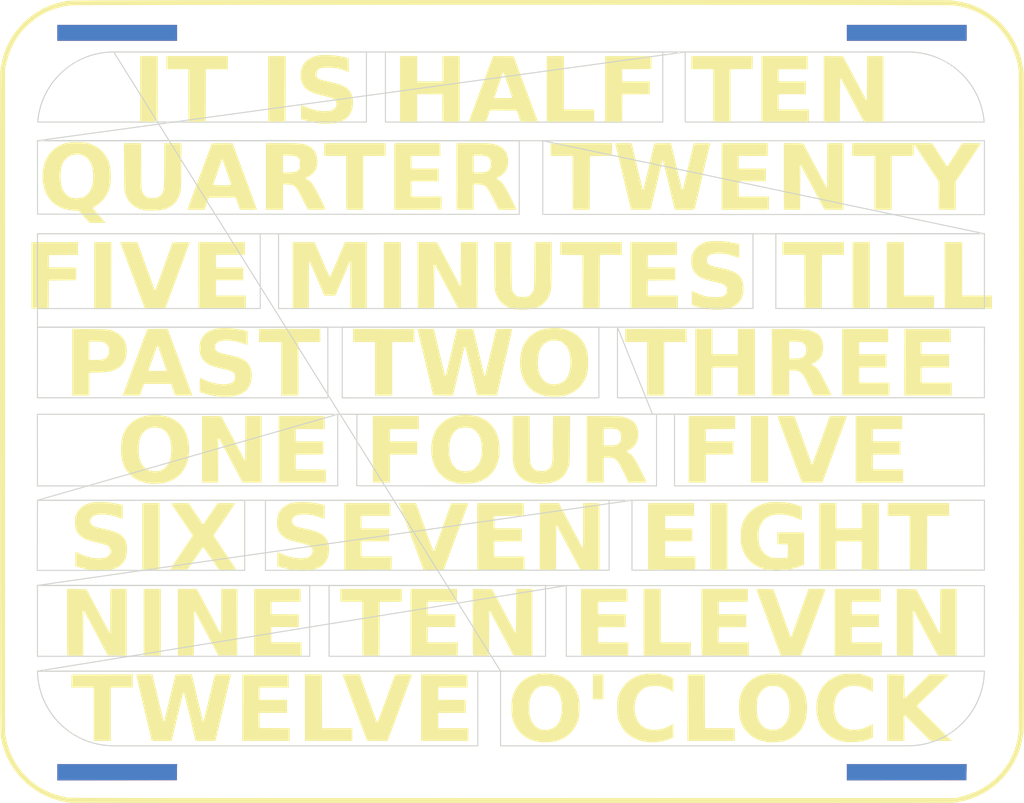
<source format=kicad_pcb>
(kicad_pcb (version 4) (host pcbnew 4.0.7)
  (layers (0 F.Cu signal) (31 B.Cu signal) (34 B.Paste user) (35 F.Paste user) (36 B.SilkS user) (37 F.SilkS user) (38 B.Mask user) (39 F.Mask user) (44 Edge.Cuts user))
  (net 0 "")
  (module LOGO (layer F.Cu) (at 0 0)
    (fp_text reference "G***" hide)
    (fp_text value "LOGO" hide)
    (fp_poly (pts (xy -31.547962 45.899916) (xy -31.559500 46.672500) (xy -37.327417 46.683234) (xy -43.095334 46.693969) (xy -43.095334 45.127333) (xy -31.536424 45.127333) (xy -31.547962 45.899916)) (layer B.Cu) (width 0.010000))
    (fp_poly (pts (xy 44.736704 45.899916) (xy 44.725166 46.672500) (xy 38.957250 46.683234) (xy 33.189333 46.693969) (xy 33.189333 45.127333) (xy 44.748243 45.127333) (xy 44.736704 45.899916)) (layer B.Cu) (width 0.010000))
    (fp_poly (pts (xy -31.538334 -24.807334) (xy -43.095334 -24.807334) (xy -43.095334 -26.331334) (xy -31.538334 -26.331334) (xy -31.538334 -24.807334)) (layer B.Cu) (width 0.010000))
    (fp_poly (pts (xy 44.746333 -24.807334) (xy 33.189333 -24.807334) (xy 33.189333 -26.331334) (xy 44.746333 -26.331334) (xy 44.746333 -24.807334)) (layer B.Cu) (width 0.010000))
  )
  (module LOGO (layer F.Cu) (at 0 0)
    (fp_text reference "G***" hide)
    (fp_text value "LOGO" hide)
  )
  (module LOGO (layer F.Cu) (at 0 0)
    (fp_text reference "G***" hide)
    (fp_text value "LOGO" hide)
  )
  (module LOGO (layer F.Cu) (at 0 0)
    (fp_text reference "G***" hide)
    (fp_text value "LOGO" hide)
    (fp_poly (pts (xy -31.547962 45.899916) (xy -31.559500 46.672500) (xy -37.327417 46.683234) (xy -43.095334 46.693969) (xy -43.095334 45.127333) (xy -31.536424 45.127333) (xy -31.547962 45.899916)) (layer F.Cu) (width 0.010000))
    (fp_poly (pts (xy 44.736704 45.899916) (xy 44.725166 46.672500) (xy 38.957250 46.683234) (xy 33.189333 46.693969) (xy 33.189333 45.127333) (xy 44.748243 45.127333) (xy 44.736704 45.899916)) (layer F.Cu) (width 0.010000))
    (fp_poly (pts (xy -31.538334 -24.807334) (xy -43.095334 -24.807334) (xy -43.095334 -26.331334) (xy -31.538334 -26.331334) (xy -31.538334 -24.807334)) (layer F.Cu) (width 0.010000))
    (fp_poly (pts (xy 44.746333 -24.807334) (xy 33.189333 -24.807334) (xy 33.189333 -26.331334) (xy 44.746333 -26.331334) (xy 44.746333 -24.807334)) (layer F.Cu) (width 0.010000))
  )
  (module LOGO (layer F.Cu) (at 0 0)
    (fp_text reference "G***" hide)
    (fp_text value "LOGO" hide)
  )
  (module LOGO (layer F.Cu) (at 0 0)
    (fp_text reference "G***" hide)
    (fp_text value "LOGO" hide)
  )
  (gr_line (start -37.652222 -23.719223) (end -37.833721 -23.717053) (layer Edge.Cuts) (width 0.1))
  (gr_line (start -37.833721 -23.717053) (end -38.014113 -23.710576) (layer Edge.Cuts) (width 0.1))
  (gr_line (start -38.014113 -23.710576) (end -38.193348 -23.699842) (layer Edge.Cuts) (width 0.1))
  (gr_line (start -38.193348 -23.699842) (end -38.371379 -23.684898) (layer Edge.Cuts) (width 0.1))
  (gr_line (start -38.371379 -23.684898) (end -38.548155 -23.665795) (layer Edge.Cuts) (width 0.1))
  (gr_line (start -38.548155 -23.665795) (end -38.723628 -23.642581) (layer Edge.Cuts) (width 0.1))
  (gr_line (start -38.723628 -23.642581) (end -38.897750 -23.615306) (layer Edge.Cuts) (width 0.1))
  (gr_line (start -38.897750 -23.615306) (end -39.070471 -23.584018) (layer Edge.Cuts) (width 0.1))
  (gr_line (start -39.070471 -23.584018) (end -39.241742 -23.548766) (layer Edge.Cuts) (width 0.1))
  (gr_line (start -39.241742 -23.548766) (end -39.411514 -23.509600) (layer Edge.Cuts) (width 0.1))
  (gr_line (start -39.411514 -23.509600) (end -39.579738 -23.466569) (layer Edge.Cuts) (width 0.1))
  (gr_line (start -39.579738 -23.466569) (end -39.746366 -23.419722) (layer Edge.Cuts) (width 0.1))
  (gr_line (start -39.746366 -23.419722) (end -39.911348 -23.369107) (layer Edge.Cuts) (width 0.1))
  (gr_line (start -39.911348 -23.369107) (end -40.074636 -23.314774) (layer Edge.Cuts) (width 0.1))
  (gr_line (start -40.074636 -23.314774) (end -40.236181 -23.256772) (layer Edge.Cuts) (width 0.1))
  (gr_line (start -40.236181 -23.256772) (end -40.395933 -23.195150) (layer Edge.Cuts) (width 0.1))
  (gr_line (start -40.395933 -23.195150) (end -40.553844 -23.129957) (layer Edge.Cuts) (width 0.1))
  (gr_line (start -40.553844 -23.129957) (end -40.709864 -23.061242) (layer Edge.Cuts) (width 0.1))
  (gr_line (start -40.709864 -23.061242) (end -41.016039 -22.913443) (layer Edge.Cuts) (width 0.1))
  (gr_line (start -41.016039 -22.913443) (end -41.314065 -22.752145) (layer Edge.Cuts) (width 0.1))
  (gr_line (start -41.314065 -22.752145) (end -41.603552 -22.577741) (layer Edge.Cuts) (width 0.1))
  (gr_line (start -41.603552 -22.577741) (end -41.884107 -22.390624) (layer Edge.Cuts) (width 0.1))
  (gr_line (start -41.884107 -22.390624) (end -42.155339 -22.191185) (layer Edge.Cuts) (width 0.1))
  (gr_line (start -42.155339 -22.191185) (end -42.416857 -21.979817) (layer Edge.Cuts) (width 0.1))
  (gr_line (start -42.416857 -21.979817) (end -42.668270 -21.756914) (layer Edge.Cuts) (width 0.1))
  (gr_line (start -42.668270 -21.756914) (end -42.909185 -21.522867) (layer Edge.Cuts) (width 0.1))
  (gr_line (start -42.909185 -21.522867) (end -43.139211 -21.278069) (layer Edge.Cuts) (width 0.1))
  (gr_line (start -43.139211 -21.278069) (end -43.357956 -21.022912) (layer Edge.Cuts) (width 0.1))
  (gr_line (start -43.357956 -21.022912) (end -43.565030 -20.757790) (layer Edge.Cuts) (width 0.1))
  (gr_line (start -43.565030 -20.757790) (end -43.760040 -20.483094) (layer Edge.Cuts) (width 0.1))
  (gr_line (start -43.760040 -20.483094) (end -43.942596 -20.199217) (layer Edge.Cuts) (width 0.1))
  (gr_line (start -43.942596 -20.199217) (end -44.112305 -19.906552) (layer Edge.Cuts) (width 0.1))
  (gr_line (start -44.112305 -19.906552) (end -44.268776 -19.605491) (layer Edge.Cuts) (width 0.1))
  (gr_line (start -44.268776 -19.605491) (end -44.411617 -19.296427) (layer Edge.Cuts) (width 0.1))
  (gr_line (start -44.411617 -19.296427) (end -44.477804 -19.139016) (layer Edge.Cuts) (width 0.1))
  (gr_line (start -44.477804 -19.139016) (end -44.540437 -18.979752) (layer Edge.Cuts) (width 0.1))
  (gr_line (start -44.540437 -18.979752) (end -44.599467 -18.818683) (layer Edge.Cuts) (width 0.1))
  (gr_line (start -44.599467 -18.818683) (end -44.654845 -18.655859) (layer Edge.Cuts) (width 0.1))
  (gr_line (start -44.654845 -18.655859) (end -44.706522 -18.491328) (layer Edge.Cuts) (width 0.1))
  (gr_line (start -44.706522 -18.491328) (end -44.754449 -18.325140) (layer Edge.Cuts) (width 0.1))
  (gr_line (start -44.754449 -18.325140) (end -44.798577 -18.157343) (layer Edge.Cuts) (width 0.1))
  (gr_line (start -44.798577 -18.157343) (end -44.838857 -17.987988) (layer Edge.Cuts) (width 0.1))
  (gr_line (start -44.838857 -17.987988) (end -44.875240 -17.817122) (layer Edge.Cuts) (width 0.1))
  (gr_line (start -44.875240 -17.817122) (end -44.907678 -17.644795) (layer Edge.Cuts) (width 0.1))
  (gr_line (start -44.907678 -17.644795) (end -44.936121 -17.471056) (layer Edge.Cuts) (width 0.1))
  (gr_line (start -44.936121 -17.471056) (end -44.960521 -17.295954) (layer Edge.Cuts) (width 0.1))
  (gr_line (start -44.960521 -17.295954) (end -44.980828 -17.119538) (layer Edge.Cuts) (width 0.1))
  (gr_line (start -44.980828 -17.119538) (end -44.996993 -16.941858) (layer Edge.Cuts) (width 0.1))
  (gr_line (start -44.996993 -16.941858) (end -13.239241 -16.941858) (layer Edge.Cuts) (width 0.1))
  (gr_line (start -13.239241 -16.941858) (end -13.239241 -23.719223) (layer Edge.Cuts) (width 0.1))
  (gr_line (start -13.239241 -23.719223) (end -37.652222 -23.719223) (layer Edge.Cuts) (width 0.1))
  (gr_line (start -37.652222 -23.719223) (end -37.652222 -23.719223) (layer Edge.Cuts) (width 0.1))
  (gr_line (start -37.652222 -23.719223) (end -11.401628 -23.719223) (layer Edge.Cuts) (width 0.1))
  (gr_line (start -11.401628 -23.719223) (end -11.401628 -16.941858) (layer Edge.Cuts) (width 0.1))
  (gr_line (start -11.401628 -16.941858) (end 15.392085 -16.941858) (layer Edge.Cuts) (width 0.1))
  (gr_line (start 15.392085 -16.941858) (end 15.392085 -23.719223) (layer Edge.Cuts) (width 0.1))
  (gr_line (start 15.392085 -23.719223) (end -11.401628 -23.719223) (layer Edge.Cuts) (width 0.1))
  (gr_line (start -11.401628 -23.719223) (end -11.401628 -23.719223) (layer Edge.Cuts) (width 0.1))
  (gr_line (start -11.401628 -23.719223) (end 17.563529 -23.719223) (layer Edge.Cuts) (width 0.1))
  (gr_line (start 17.563529 -23.719223) (end 17.563529 -16.941858) (layer Edge.Cuts) (width 0.1))
  (gr_line (start 17.563529 -16.941858) (end 46.443418 -16.941858) (layer Edge.Cuts) (width 0.1))
  (gr_line (start 46.443418 -16.941858) (end 46.427252 -17.119538) (layer Edge.Cuts) (width 0.1))
  (gr_line (start 46.427252 -17.119538) (end 46.406945 -17.295953) (layer Edge.Cuts) (width 0.1))
  (gr_line (start 46.406945 -17.295953) (end 46.382545 -17.471055) (layer Edge.Cuts) (width 0.1))
  (gr_line (start 46.382545 -17.471055) (end 46.354102 -17.644793) (layer Edge.Cuts) (width 0.1))
  (gr_line (start 46.354102 -17.644793) (end 46.321664 -17.817120) (layer Edge.Cuts) (width 0.1))
  (gr_line (start 46.321664 -17.817120) (end 46.285280 -17.987985) (layer Edge.Cuts) (width 0.1))
  (gr_line (start 46.285280 -17.987985) (end 46.244999 -18.157341) (layer Edge.Cuts) (width 0.1))
  (gr_line (start 46.244999 -18.157341) (end 46.200871 -18.325137) (layer Edge.Cuts) (width 0.1))
  (gr_line (start 46.200871 -18.325137) (end 46.152944 -18.491325) (layer Edge.Cuts) (width 0.1))
  (gr_line (start 46.152944 -18.491325) (end 46.101266 -18.655855) (layer Edge.Cuts) (width 0.1))
  (gr_line (start 46.101266 -18.655855) (end 46.045888 -18.818679) (layer Edge.Cuts) (width 0.1))
  (gr_line (start 46.045888 -18.818679) (end 45.986858 -18.979748) (layer Edge.Cuts) (width 0.1))
  (gr_line (start 45.986858 -18.979748) (end 45.924225 -19.139012) (layer Edge.Cuts) (width 0.1))
  (gr_line (start 45.924225 -19.139012) (end 45.858037 -19.296423) (layer Edge.Cuts) (width 0.1))
  (gr_line (start 45.858037 -19.296423) (end 45.715195 -19.605487) (layer Edge.Cuts) (width 0.1))
  (gr_line (start 45.715195 -19.605487) (end 45.558724 -19.906548) (layer Edge.Cuts) (width 0.1))
  (gr_line (start 45.558724 -19.906548) (end 45.389015 -20.199213) (layer Edge.Cuts) (width 0.1))
  (gr_line (start 45.389015 -20.199213) (end 45.206459 -20.483089) (layer Edge.Cuts) (width 0.1))
  (gr_line (start 45.206459 -20.483089) (end 45.011449 -20.757785) (layer Edge.Cuts) (width 0.1))
  (gr_line (start 45.011449 -20.757785) (end 44.804375 -21.022908) (layer Edge.Cuts) (width 0.1))
  (gr_line (start 44.804375 -21.022908) (end 44.585629 -21.278065) (layer Edge.Cuts) (width 0.1))
  (gr_line (start 44.585629 -21.278065) (end 44.355603 -21.522863) (layer Edge.Cuts) (width 0.1))
  (gr_line (start 44.355603 -21.522863) (end 44.114688 -21.756910) (layer Edge.Cuts) (width 0.1))
  (gr_line (start 44.114688 -21.756910) (end 43.863276 -21.979814) (layer Edge.Cuts) (width 0.1))
  (gr_line (start 43.863276 -21.979814) (end 43.601758 -22.191181) (layer Edge.Cuts) (width 0.1))
  (gr_line (start 43.601758 -22.191181) (end 43.330526 -22.390621) (layer Edge.Cuts) (width 0.1))
  (gr_line (start 43.330526 -22.390621) (end 43.049971 -22.577738) (layer Edge.Cuts) (width 0.1))
  (gr_line (start 43.049971 -22.577738) (end 42.760485 -22.752143) (layer Edge.Cuts) (width 0.1))
  (gr_line (start 42.760485 -22.752143) (end 42.462459 -22.913441) (layer Edge.Cuts) (width 0.1))
  (gr_line (start 42.462459 -22.913441) (end 42.156285 -23.061240) (layer Edge.Cuts) (width 0.1))
  (gr_line (start 42.156285 -23.061240) (end 42.000265 -23.129955) (layer Edge.Cuts) (width 0.1))
  (gr_line (start 42.000265 -23.129955) (end 41.842354 -23.195148) (layer Edge.Cuts) (width 0.1))
  (gr_line (start 41.842354 -23.195148) (end 41.682602 -23.256771) (layer Edge.Cuts) (width 0.1))
  (gr_line (start 41.682602 -23.256771) (end 41.521058 -23.314773) (layer Edge.Cuts) (width 0.1))
  (gr_line (start 41.521058 -23.314773) (end 41.357770 -23.369106) (layer Edge.Cuts) (width 0.1))
  (gr_line (start 41.357770 -23.369106) (end 41.192788 -23.419721) (layer Edge.Cuts) (width 0.1))
  (gr_line (start 41.192788 -23.419721) (end 41.026161 -23.466568) (layer Edge.Cuts) (width 0.1))
  (gr_line (start 41.026161 -23.466568) (end 40.857937 -23.509600) (layer Edge.Cuts) (width 0.1))
  (gr_line (start 40.857937 -23.509600) (end 40.688165 -23.548766) (layer Edge.Cuts) (width 0.1))
  (gr_line (start 40.688165 -23.548766) (end 40.516894 -23.584017) (layer Edge.Cuts) (width 0.1))
  (gr_line (start 40.516894 -23.584017) (end 40.344174 -23.615305) (layer Edge.Cuts) (width 0.1))
  (gr_line (start 40.344174 -23.615305) (end 40.170053 -23.642581) (layer Edge.Cuts) (width 0.1))
  (gr_line (start 40.170053 -23.642581) (end 39.994580 -23.665795) (layer Edge.Cuts) (width 0.1))
  (gr_line (start 39.994580 -23.665795) (end 39.817804 -23.684898) (layer Edge.Cuts) (width 0.1))
  (gr_line (start 39.817804 -23.684898) (end 39.639773 -23.699842) (layer Edge.Cuts) (width 0.1))
  (gr_line (start 39.639773 -23.699842) (end 39.460538 -23.710576) (layer Edge.Cuts) (width 0.1))
  (gr_line (start 39.460538 -23.710576) (end 39.280147 -23.717053) (layer Edge.Cuts) (width 0.1))
  (gr_line (start 39.280147 -23.717053) (end 39.098649 -23.719223) (layer Edge.Cuts) (width 0.1))
  (gr_line (start 39.098649 -23.719223) (end 17.563529 -23.719223) (layer Edge.Cuts) (width 0.1))
  (gr_line (start 17.563529 -23.719223) (end 17.563529 -23.719223) (layer Edge.Cuts) (width 0.1))
  (gr_line (start 17.563529 -23.719223) (end -45.022831 -15.141453) (layer Edge.Cuts) (width 0.1))
  (gr_line (start -45.022831 -15.141453) (end -45.015080 -8.045243) (layer Edge.Cuts) (width 0.1))
  (gr_line (start -45.015080 -8.045243) (end 1.527297 -8.021473) (layer Edge.Cuts) (width 0.1))
  (gr_line (start 1.527297 -8.021473) (end 1.527297 -15.141453) (layer Edge.Cuts) (width 0.1))
  (gr_line (start 1.527297 -15.141453) (end -45.022831 -15.141453) (layer Edge.Cuts) (width 0.1))
  (gr_line (start -45.022831 -15.141453) (end -45.022831 -15.141453) (layer Edge.Cuts) (width 0.1))
  (gr_line (start -45.022831 -15.141453) (end 3.799512 -15.141453) (layer Edge.Cuts) (width 0.1))
  (gr_line (start 3.799512 -15.141453) (end 3.799512 -8.019922) (layer Edge.Cuts) (width 0.1))
  (gr_line (start 3.799512 -8.019922) (end 46.469258 -7.998219) (layer Edge.Cuts) (width 0.1))
  (gr_line (start 46.469258 -7.998219) (end 46.469258 -15.141453) (layer Edge.Cuts) (width 0.1))
  (gr_line (start 46.469258 -15.141453) (end 3.799512 -15.141453) (layer Edge.Cuts) (width 0.1))
  (gr_line (start 3.799512 -15.141453) (end 3.799512 -15.141453) (layer Edge.Cuts) (width 0.1))
  (gr_line (start 3.799512 -15.141453) (end 46.469258 -6.147686) (layer Edge.Cuts) (width 0.1))
  (gr_line (start 46.469258 -6.147686) (end 26.316998 -6.144069) (layer Edge.Cuts) (width 0.1))
  (gr_line (start 26.316998 -6.144069) (end 26.316998 1.078230) (layer Edge.Cuts) (width 0.1))
  (gr_line (start 26.316998 1.078230) (end 26.575898 1.077196) (layer Edge.Cuts) (width 0.1))
  (gr_line (start 26.575898 1.077196) (end 46.469258 1.085983) (layer Edge.Cuts) (width 0.1))
  (gr_line (start 46.469258 1.085983) (end 46.469258 -6.147686) (layer Edge.Cuts) (width 0.1))
  (gr_line (start 46.469258 -6.147686) (end 46.469258 -6.147686) (layer Edge.Cuts) (width 0.1))
  (gr_line (start 46.469258 -6.147686) (end 24.111966 -6.143550) (layer Edge.Cuts) (width 0.1))
  (gr_line (start 24.111966 -6.143550) (end -21.451659 -6.134766) (layer Edge.Cuts) (width 0.1))
  (gr_line (start -21.451659 -6.134766) (end -21.725029 -6.137867) (layer Edge.Cuts) (width 0.1))
  (gr_line (start -21.725029 -6.137867) (end -21.725029 1.078230) (layer Edge.Cuts) (width 0.1))
  (gr_line (start -21.725029 1.078230) (end -21.516773 1.081847) (layer Edge.Cuts) (width 0.1))
  (gr_line (start -21.516773 1.081847) (end 23.694419 1.077196) (layer Edge.Cuts) (width 0.1))
  (gr_line (start 23.694419 1.077196) (end 24.111966 1.078230) (layer Edge.Cuts) (width 0.1))
  (gr_line (start 24.111966 1.078230) (end 24.111966 -6.143550) (layer Edge.Cuts) (width 0.1))
  (gr_line (start 24.111966 -6.143550) (end 24.111966 -6.143550) (layer Edge.Cuts) (width 0.1))
  (gr_line (start 24.111966 -6.143550) (end -45.018181 -6.142519) (layer Edge.Cuts) (width 0.1))
  (gr_line (start -45.018181 -6.142519) (end -45.019214 1.085983) (layer Edge.Cuts) (width 0.1))
  (gr_line (start -45.019214 1.085983) (end -23.775550 1.081847) (layer Edge.Cuts) (width 0.1))
  (gr_line (start -23.775550 1.081847) (end -23.495462 1.078230) (layer Edge.Cuts) (width 0.1))
  (gr_line (start -23.495462 1.078230) (end -23.495462 -6.137867) (layer Edge.Cuts) (width 0.1))
  (gr_line (start -23.495462 -6.137867) (end -23.754878 -6.137867) (layer Edge.Cuts) (width 0.1))
  (gr_line (start -23.754878 -6.137867) (end -45.018181 -6.142519) (layer Edge.Cuts) (width 0.1))
  (gr_line (start -45.018181 -6.142519) (end -45.018181 -6.142519) (layer Edge.Cuts) (width 0.1))
  (gr_line (start -45.018181 -6.142519) (end -45.019214 2.885872) (layer Edge.Cuts) (width 0.1))
  (gr_line (start -45.019214 2.885872) (end -45.025415 9.711293) (layer Edge.Cuts) (width 0.1))
  (gr_line (start -45.025415 9.711293) (end -17.365088 9.715945) (layer Edge.Cuts) (width 0.1))
  (gr_line (start -17.365088 9.715945) (end -16.966146 9.713878) (layer Edge.Cuts) (width 0.1))
  (gr_line (start -16.966146 9.713878) (end -16.966146 2.885872) (layer Edge.Cuts) (width 0.1))
  (gr_line (start -16.966146 2.885872) (end -45.019214 2.885872) (layer Edge.Cuts) (width 0.1))
  (gr_line (start -45.019214 2.885872) (end -45.019214 2.885872) (layer Edge.Cuts) (width 0.1))
  (gr_line (start -45.019214 2.885872) (end -15.572432 2.885872) (layer Edge.Cuts) (width 0.1))
  (gr_line (start -15.572432 2.885872) (end -15.572432 9.713878) (layer Edge.Cuts) (width 0.1))
  (gr_line (start -15.572432 9.713878) (end -14.928545 9.722147) (layer Edge.Cuts) (width 0.1))
  (gr_line (start -14.928545 9.722147) (end 8.739778 9.722663) (layer Edge.Cuts) (width 0.1))
  (gr_line (start 8.739778 9.722663) (end 9.219851 9.714394) (layer Edge.Cuts) (width 0.1))
  (gr_line (start 9.219851 9.714394) (end 9.219851 2.885872) (layer Edge.Cuts) (width 0.1))
  (gr_line (start 9.219851 2.885872) (end -15.572432 2.885872) (layer Edge.Cuts) (width 0.1))
  (gr_line (start -15.572432 2.885872) (end -15.572432 2.885872) (layer Edge.Cuts) (width 0.1))
  (gr_line (start -15.572432 2.885872) (end 11.015607 2.885872) (layer Edge.Cuts) (width 0.1))
  (gr_line (start 11.015607 2.885872) (end 11.015607 9.714394) (layer Edge.Cuts) (width 0.1))
  (gr_line (start 11.015607 9.714394) (end 11.579397 9.714394) (layer Edge.Cuts) (width 0.1))
  (gr_line (start 11.579397 9.714394) (end 46.466157 9.706126) (layer Edge.Cuts) (width 0.1))
  (gr_line (start 46.466157 9.706126) (end 46.469258 2.885872) (layer Edge.Cuts) (width 0.1))
  (gr_line (start 46.469258 2.885872) (end 11.015607 2.885872) (layer Edge.Cuts) (width 0.1))
  (gr_line (start 11.015607 2.885872) (end 11.015607 2.885872) (layer Edge.Cuts) (width 0.1))
  (gr_line (start 11.015607 2.885872) (end 14.399898 11.295177) (layer Edge.Cuts) (width 0.1))
  (gr_line (start 14.399898 11.295177) (end -14.157015 11.303445) (layer Edge.Cuts) (width 0.1))
  (gr_line (start -14.157015 11.303445) (end -14.174586 18.217235) (layer Edge.Cuts) (width 0.1))
  (gr_line (start -14.174586 18.217235) (end -13.599943 18.221886) (layer Edge.Cuts) (width 0.1))
  (gr_line (start -13.599943 18.221886) (end 14.790571 18.227053) (layer Edge.Cuts) (width 0.1))
  (gr_line (start 14.790571 18.227053) (end 14.790571 11.301378) (layer Edge.Cuts) (width 0.1))
  (gr_line (start 14.790571 11.301378) (end 14.399898 11.295177) (layer Edge.Cuts) (width 0.1))
  (gr_line (start 14.399898 11.295177) (end 14.399898 11.295177) (layer Edge.Cuts) (width 0.1))
  (gr_line (start 14.399898 11.295177) (end 46.457372 11.297762) (layer Edge.Cuts) (width 0.1))
  (gr_line (start 46.457372 11.297762) (end 16.866931 11.303445) (layer Edge.Cuts) (width 0.1))
  (gr_line (start 16.866931 11.303445) (end 16.527934 11.301378) (layer Edge.Cuts) (width 0.1))
  (gr_line (start 16.527934 11.301378) (end 16.527934 18.227569) (layer Edge.Cuts) (width 0.1))
  (gr_line (start 16.527934 18.227569) (end 46.469258 18.232739) (layer Edge.Cuts) (width 0.1))
  (gr_line (start 46.469258 18.232739) (end 46.457372 11.297762) (layer Edge.Cuts) (width 0.1))
  (gr_line (start 46.457372 11.297762) (end 46.457372 11.297762) (layer Edge.Cuts) (width 0.1))
  (gr_line (start 46.457372 11.297762) (end -16.012199 11.303963) (layer Edge.Cuts) (width 0.1))
  (gr_line (start -16.012199 11.303963) (end -45.028516 11.306546) (layer Edge.Cuts) (width 0.1))
  (gr_line (start -45.028516 11.306546) (end -45.020764 18.232739) (layer Edge.Cuts) (width 0.1))
  (gr_line (start -45.020764 18.232739) (end -16.508293 18.219304) (layer Edge.Cuts) (width 0.1))
  (gr_line (start -16.508293 18.219304) (end -16.012199 18.217235) (layer Edge.Cuts) (width 0.1))
  (gr_line (start -16.012199 18.217235) (end -16.012199 11.303963) (layer Edge.Cuts) (width 0.1))
  (gr_line (start -16.012199 11.303963) (end -16.012199 11.303963) (layer Edge.Cuts) (width 0.1))
  (gr_line (start -16.012199 11.303963) (end -45.021281 19.619733) (layer Edge.Cuts) (width 0.1))
  (gr_line (start -45.021281 19.619733) (end -45.037301 26.398649) (layer Edge.Cuts) (width 0.1))
  (gr_line (start -45.037301 26.398649) (end -24.999248 26.392447) (layer Edge.Cuts) (width 0.1))
  (gr_line (start -24.999248 26.392447) (end -24.999248 19.619733) (layer Edge.Cuts) (width 0.1))
  (gr_line (start -24.999248 19.619733) (end -45.021281 19.619733) (layer Edge.Cuts) (width 0.1))
  (gr_line (start -45.021281 19.619733) (end -45.021281 19.619733) (layer Edge.Cuts) (width 0.1))
  (gr_line (start -45.021281 19.619733) (end -22.994720 19.619733) (layer Edge.Cuts) (width 0.1))
  (gr_line (start -22.994720 19.619733) (end -22.994720 26.391931) (layer Edge.Cuts) (width 0.1))
  (gr_line (start -22.994720 26.391931) (end 10.213589 26.381594) (layer Edge.Cuts) (width 0.1))
  (gr_line (start 10.213589 26.381594) (end 10.213589 19.619733) (layer Edge.Cuts) (width 0.1))
  (gr_line (start 10.213589 19.619733) (end -22.994720 19.619733) (layer Edge.Cuts) (width 0.1))
  (gr_line (start -22.994720 19.619733) (end -22.994720 19.619733) (layer Edge.Cuts) (width 0.1))
  (gr_line (start -22.994720 19.619733) (end 12.418624 19.619733) (layer Edge.Cuts) (width 0.1))
  (gr_line (start 12.418624 19.619733) (end 12.418624 26.381078) (layer Edge.Cuts) (width 0.1))
  (gr_line (start 12.418624 26.381078) (end 46.469258 26.370227) (layer Edge.Cuts) (width 0.1))
  (gr_line (start 46.469258 26.370227) (end 46.469258 19.619733) (layer Edge.Cuts) (width 0.1))
  (gr_line (start 46.469258 19.619733) (end 12.418624 19.619733) (layer Edge.Cuts) (width 0.1))
  (gr_line (start 12.418624 19.619733) (end 12.418624 19.619733) (layer Edge.Cuts) (width 0.1))
  (gr_line (start 12.418624 19.619733) (end -45.024898 27.852307) (layer Edge.Cuts) (width 0.1))
  (gr_line (start -45.024898 27.852307) (end -45.023348 34.702533) (layer Edge.Cuts) (width 0.1))
  (gr_line (start -45.023348 34.702533) (end -18.717976 34.702533) (layer Edge.Cuts) (width 0.1))
  (gr_line (start -18.717976 34.702533) (end -18.717976 27.858508) (layer Edge.Cuts) (width 0.1))
  (gr_line (start -18.717976 27.858508) (end -45.024898 27.852307) (layer Edge.Cuts) (width 0.1))
  (gr_line (start -45.024898 27.852307) (end -45.024898 27.852307) (layer Edge.Cuts) (width 0.1))
  (gr_line (start -45.024898 27.852307) (end -16.847290 27.859024) (layer Edge.Cuts) (width 0.1))
  (gr_line (start -16.847290 27.859024) (end -16.847290 34.702533) (layer Edge.Cuts) (width 0.1))
  (gr_line (start -16.847290 34.702533) (end 4.066678 34.702533) (layer Edge.Cuts) (width 0.1))
  (gr_line (start 4.066678 34.702533) (end 4.066678 27.864192) (layer Edge.Cuts) (width 0.1))
  (gr_line (start 4.066678 27.864192) (end -16.847290 27.859024) (layer Edge.Cuts) (width 0.1))
  (gr_line (start -16.847290 27.859024) (end -16.847290 27.859024) (layer Edge.Cuts) (width 0.1))
  (gr_line (start -16.847290 27.859024) (end 6.071206 27.864192) (layer Edge.Cuts) (width 0.1))
  (gr_line (start 6.071206 27.864192) (end 6.071206 34.702533) (layer Edge.Cuts) (width 0.1))
  (gr_line (start 6.071206 34.702533) (end 46.469258 34.702533) (layer Edge.Cuts) (width 0.1))
  (gr_line (start 46.469258 34.702533) (end 46.469258 27.874010) (layer Edge.Cuts) (width 0.1))
  (gr_line (start 46.469258 27.874010) (end 6.071206 27.864192) (layer Edge.Cuts) (width 0.1))
  (gr_line (start 6.071206 27.864192) (end 6.071206 27.864192) (layer Edge.Cuts) (width 0.1))
  (gr_line (start 6.071206 27.864192) (end -45.019214 36.139654) (layer Edge.Cuts) (width 0.1))
  (gr_line (start -45.019214 36.139654) (end -45.013002 36.327007) (layer Edge.Cuts) (width 0.1))
  (gr_line (start -45.013002 36.327007) (end -45.002201 36.513123) (layer Edge.Cuts) (width 0.1))
  (gr_line (start -45.002201 36.513123) (end -44.986866 36.697948) (layer Edge.Cuts) (width 0.1))
  (gr_line (start -44.986866 36.697948) (end -44.967051 36.881428) (layer Edge.Cuts) (width 0.1))
  (gr_line (start -44.967051 36.881428) (end -44.942812 37.063508) (layer Edge.Cuts) (width 0.1))
  (gr_line (start -44.942812 37.063508) (end -44.914202 37.244131) (layer Edge.Cuts) (width 0.1))
  (gr_line (start -44.914202 37.244131) (end -44.881277 37.423245) (layer Edge.Cuts) (width 0.1))
  (gr_line (start -44.881277 37.423245) (end -44.844092 37.600793) (layer Edge.Cuts) (width 0.1))
  (gr_line (start -44.844092 37.600793) (end -44.802701 37.776722) (layer Edge.Cuts) (width 0.1))
  (gr_line (start -44.802701 37.776722) (end -44.757159 37.950976) (layer Edge.Cuts) (width 0.1))
  (gr_line (start -44.757159 37.950976) (end -44.707521 38.123499) (layer Edge.Cuts) (width 0.1))
  (gr_line (start -44.707521 38.123499) (end -44.653841 38.294239) (layer Edge.Cuts) (width 0.1))
  (gr_line (start -44.653841 38.294239) (end -44.596175 38.463139) (layer Edge.Cuts) (width 0.1))
  (gr_line (start -44.596175 38.463139) (end -44.534577 38.630144) (layer Edge.Cuts) (width 0.1))
  (gr_line (start -44.534577 38.630144) (end -44.469103 38.795200) (layer Edge.Cuts) (width 0.1))
  (gr_line (start -44.469103 38.795200) (end -44.399806 38.958253) (layer Edge.Cuts) (width 0.1))
  (gr_line (start -44.399806 38.958253) (end -44.326741 39.119246) (layer Edge.Cuts) (width 0.1))
  (gr_line (start -44.326741 39.119246) (end -44.249964 39.278125) (layer Edge.Cuts) (width 0.1))
  (gr_line (start -44.249964 39.278125) (end -44.169529 39.434836) (layer Edge.Cuts) (width 0.1))
  (gr_line (start -44.169529 39.434836) (end -44.085491 39.589324) (layer Edge.Cuts) (width 0.1))
  (gr_line (start -44.085491 39.589324) (end -43.997904 39.741533) (layer Edge.Cuts) (width 0.1))
  (gr_line (start -43.997904 39.741533) (end -43.906824 39.891409) (layer Edge.Cuts) (width 0.1))
  (gr_line (start -43.906824 39.891409) (end -43.812305 40.038896) (layer Edge.Cuts) (width 0.1))
  (gr_line (start -43.812305 40.038896) (end -43.714402 40.183941) (layer Edge.Cuts) (width 0.1))
  (gr_line (start -43.714402 40.183941) (end -43.613170 40.326488) (layer Edge.Cuts) (width 0.1))
  (gr_line (start -43.613170 40.326488) (end -43.508663 40.466482) (layer Edge.Cuts) (width 0.1))
  (gr_line (start -43.508663 40.466482) (end -43.400936 40.603869) (layer Edge.Cuts) (width 0.1))
  (gr_line (start -43.400936 40.603869) (end -43.290045 40.738593) (layer Edge.Cuts) (width 0.1))
  (gr_line (start -43.290045 40.738593) (end -43.176044 40.870600) (layer Edge.Cuts) (width 0.1))
  (gr_line (start -43.176044 40.870600) (end -43.058987 40.999835) (layer Edge.Cuts) (width 0.1))
  (gr_line (start -43.058987 40.999835) (end -42.938929 41.126242) (layer Edge.Cuts) (width 0.1))
  (gr_line (start -42.938929 41.126242) (end -42.815926 41.249768) (layer Edge.Cuts) (width 0.1))
  (gr_line (start -42.815926 41.249768) (end -42.690032 41.370357) (layer Edge.Cuts) (width 0.1))
  (gr_line (start -42.690032 41.370357) (end -42.561301 41.487955) (layer Edge.Cuts) (width 0.1))
  (gr_line (start -42.561301 41.487955) (end -42.429789 41.602506) (layer Edge.Cuts) (width 0.1))
  (gr_line (start -42.429789 41.602506) (end -42.295551 41.713956) (layer Edge.Cuts) (width 0.1))
  (gr_line (start -42.295551 41.713956) (end -42.158640 41.822249) (layer Edge.Cuts) (width 0.1))
  (gr_line (start -42.158640 41.822249) (end -42.019112 41.927331) (layer Edge.Cuts) (width 0.1))
  (gr_line (start -42.019112 41.927331) (end -41.877022 42.029148) (layer Edge.Cuts) (width 0.1))
  (gr_line (start -41.877022 42.029148) (end -41.732424 42.127644) (layer Edge.Cuts) (width 0.1))
  (gr_line (start -41.732424 42.127644) (end -41.585374 42.222764) (layer Edge.Cuts) (width 0.1))
  (gr_line (start -41.585374 42.222764) (end -41.435925 42.314453) (layer Edge.Cuts) (width 0.1))
  (gr_line (start -41.435925 42.314453) (end -41.284133 42.402657) (layer Edge.Cuts) (width 0.1))
  (gr_line (start -41.284133 42.402657) (end -41.130053 42.487321) (layer Edge.Cuts) (width 0.1))
  (gr_line (start -41.130053 42.487321) (end -40.973739 42.568390) (layer Edge.Cuts) (width 0.1))
  (gr_line (start -40.973739 42.568390) (end -40.815246 42.645808) (layer Edge.Cuts) (width 0.1))
  (gr_line (start -40.815246 42.645808) (end -40.654629 42.719522) (layer Edge.Cuts) (width 0.1))
  (gr_line (start -40.654629 42.719522) (end -40.491942 42.789476) (layer Edge.Cuts) (width 0.1))
  (gr_line (start -40.491942 42.789476) (end -40.327241 42.855616) (layer Edge.Cuts) (width 0.1))
  (gr_line (start -40.327241 42.855616) (end -40.160580 42.917886) (layer Edge.Cuts) (width 0.1))
  (gr_line (start -40.160580 42.917886) (end -39.992014 42.976232) (layer Edge.Cuts) (width 0.1))
  (gr_line (start -39.992014 42.976232) (end -39.821598 43.030598) (layer Edge.Cuts) (width 0.1))
  (gr_line (start -39.821598 43.030598) (end -39.649387 43.080931) (layer Edge.Cuts) (width 0.1))
  (gr_line (start -39.649387 43.080931) (end -39.475434 43.127174) (layer Edge.Cuts) (width 0.1))
  (gr_line (start -39.475434 43.127174) (end -39.299796 43.169274) (layer Edge.Cuts) (width 0.1))
  (gr_line (start -39.299796 43.169274) (end -39.122526 43.207176) (layer Edge.Cuts) (width 0.1))
  (gr_line (start -39.122526 43.207176) (end -38.943680 43.240823) (layer Edge.Cuts) (width 0.1))
  (gr_line (start -38.943680 43.240823) (end -38.763313 43.270163) (layer Edge.Cuts) (width 0.1))
  (gr_line (start -38.763313 43.270163) (end -38.581479 43.295139) (layer Edge.Cuts) (width 0.1))
  (gr_line (start -38.581479 43.295139) (end -38.398232 43.315697) (layer Edge.Cuts) (width 0.1))
  (gr_line (start -38.398232 43.315697) (end -38.213629 43.331782) (layer Edge.Cuts) (width 0.1))
  (gr_line (start -38.213629 43.331782) (end -38.027723 43.343339) (layer Edge.Cuts) (width 0.1))
  (gr_line (start -38.027723 43.343339) (end -37.840569 43.350314) (layer Edge.Cuts) (width 0.1))
  (gr_line (start -37.840569 43.350314) (end -37.652222 43.352651) (layer Edge.Cuts) (width 0.1))
  (gr_line (start -37.652222 43.352651) (end -2.481759 43.352651) (layer Edge.Cuts) (width 0.1))
  (gr_line (start -2.481759 43.352651) (end -2.481759 36.139654) (layer Edge.Cuts) (width 0.1))
  (gr_line (start -2.481759 36.139654) (end -45.019214 36.139654) (layer Edge.Cuts) (width 0.1))
  (gr_line (start -45.019214 36.139654) (end -45.019214 36.139654) (layer Edge.Cuts) (width 0.1))
  (gr_line (start -45.019214 36.139654) (end -0.276727 36.139654) (layer Edge.Cuts) (width 0.1))
  (gr_line (start -0.276727 36.139654) (end -0.276727 43.352651) (layer Edge.Cuts) (width 0.1))
  (gr_line (start -0.276727 43.352651) (end 39.098649 43.352651) (layer Edge.Cuts) (width 0.1))
  (gr_line (start 39.098649 43.352651) (end 39.286995 43.350314) (layer Edge.Cuts) (width 0.1))
  (gr_line (start 39.286995 43.350314) (end 39.474148 43.343339) (layer Edge.Cuts) (width 0.1))
  (gr_line (start 39.474148 43.343339) (end 39.660052 43.331782) (layer Edge.Cuts) (width 0.1))
  (gr_line (start 39.660052 43.331782) (end 39.844654 43.315697) (layer Edge.Cuts) (width 0.1))
  (gr_line (start 39.844654 43.315697) (end 40.027897 43.295139) (layer Edge.Cuts) (width 0.1))
  (gr_line (start 40.027897 43.295139) (end 40.209728 43.270163) (layer Edge.Cuts) (width 0.1))
  (gr_line (start 40.209728 43.270163) (end 40.390092 43.240823) (layer Edge.Cuts) (width 0.1))
  (gr_line (start 40.390092 43.240823) (end 40.568934 43.207176) (layer Edge.Cuts) (width 0.1))
  (gr_line (start 40.568934 43.207176) (end 40.746199 43.169274) (layer Edge.Cuts) (width 0.1))
  (gr_line (start 40.746199 43.169274) (end 40.921833 43.127174) (layer Edge.Cuts) (width 0.1))
  (gr_line (start 40.921833 43.127174) (end 41.095780 43.080931) (layer Edge.Cuts) (width 0.1))
  (gr_line (start 41.095780 43.080931) (end 41.267986 43.030598) (layer Edge.Cuts) (width 0.1))
  (gr_line (start 41.267986 43.030598) (end 41.438396 42.976232) (layer Edge.Cuts) (width 0.1))
  (gr_line (start 41.438396 42.976232) (end 41.606956 42.917886) (layer Edge.Cuts) (width 0.1))
  (gr_line (start 41.606956 42.917886) (end 41.773611 42.855616) (layer Edge.Cuts) (width 0.1))
  (gr_line (start 41.773611 42.855616) (end 41.938306 42.789476) (layer Edge.Cuts) (width 0.1))
  (gr_line (start 41.938306 42.789476) (end 42.100985 42.719522) (layer Edge.Cuts) (width 0.1))
  (gr_line (start 42.100985 42.719522) (end 42.261596 42.645808) (layer Edge.Cuts) (width 0.1))
  (gr_line (start 42.261596 42.645808) (end 42.420082 42.568390) (layer Edge.Cuts) (width 0.1))
  (gr_line (start 42.420082 42.568390) (end 42.576389 42.487321) (layer Edge.Cuts) (width 0.1))
  (gr_line (start 42.576389 42.487321) (end 42.730462 42.402657) (layer Edge.Cuts) (width 0.1))
  (gr_line (start 42.730462 42.402657) (end 42.882247 42.314453) (layer Edge.Cuts) (width 0.1))
  (gr_line (start 42.882247 42.314453) (end 43.031689 42.222764) (layer Edge.Cuts) (width 0.1))
  (gr_line (start 43.031689 42.222764) (end 43.178732 42.127644) (layer Edge.Cuts) (width 0.1))
  (gr_line (start 43.178732 42.127644) (end 43.323323 42.029148) (layer Edge.Cuts) (width 0.1))
  (gr_line (start 43.323323 42.029148) (end 43.465407 41.927331) (layer Edge.Cuts) (width 0.1))
  (gr_line (start 43.465407 41.927331) (end 43.604928 41.822249) (layer Edge.Cuts) (width 0.1))
  (gr_line (start 43.604928 41.822249) (end 43.741832 41.713956) (layer Edge.Cuts) (width 0.1))
  (gr_line (start 43.741832 41.713956) (end 43.876065 41.602506) (layer Edge.Cuts) (width 0.1))
  (gr_line (start 43.876065 41.602506) (end 44.007571 41.487955) (layer Edge.Cuts) (width 0.1))
  (gr_line (start 44.007571 41.487955) (end 44.136296 41.370357) (layer Edge.Cuts) (width 0.1))
  (gr_line (start 44.136296 41.370357) (end 44.262185 41.249768) (layer Edge.Cuts) (width 0.1))
  (gr_line (start 44.262185 41.249768) (end 44.385183 41.126242) (layer Edge.Cuts) (width 0.1))
  (gr_line (start 44.385183 41.126242) (end 44.505236 40.999835) (layer Edge.Cuts) (width 0.1))
  (gr_line (start 44.505236 40.999835) (end 44.622288 40.870600) (layer Edge.Cuts) (width 0.1))
  (gr_line (start 44.622288 40.870600) (end 44.736286 40.738593) (layer Edge.Cuts) (width 0.1))
  (gr_line (start 44.736286 40.738593) (end 44.847174 40.603869) (layer Edge.Cuts) (width 0.1))
  (gr_line (start 44.847174 40.603869) (end 44.954897 40.466482) (layer Edge.Cuts) (width 0.1))
  (gr_line (start 44.954897 40.466482) (end 45.059402 40.326488) (layer Edge.Cuts) (width 0.1))
  (gr_line (start 45.059402 40.326488) (end 45.160632 40.183941) (layer Edge.Cuts) (width 0.1))
  (gr_line (start 45.160632 40.183941) (end 45.258534 40.038896) (layer Edge.Cuts) (width 0.1))
  (gr_line (start 45.258534 40.038896) (end 45.353052 39.891409) (layer Edge.Cuts) (width 0.1))
  (gr_line (start 45.353052 39.891409) (end 45.444132 39.741533) (layer Edge.Cuts) (width 0.1))
  (gr_line (start 45.444132 39.741533) (end 45.531719 39.589324) (layer Edge.Cuts) (width 0.1))
  (gr_line (start 45.531719 39.589324) (end 45.615759 39.434836) (layer Edge.Cuts) (width 0.1))
  (gr_line (start 45.615759 39.434836) (end 45.696196 39.278125) (layer Edge.Cuts) (width 0.1))
  (gr_line (start 45.696196 39.278125) (end 45.772976 39.119246) (layer Edge.Cuts) (width 0.1))
  (gr_line (start 45.772976 39.119246) (end 45.846044 38.958253) (layer Edge.Cuts) (width 0.1))
  (gr_line (start 45.846044 38.958253) (end 45.915345 38.795200) (layer Edge.Cuts) (width 0.1))
  (gr_line (start 45.915345 38.795200) (end 45.980825 38.630144) (layer Edge.Cuts) (width 0.1))
  (gr_line (start 45.980825 38.630144) (end 46.042429 38.463139) (layer Edge.Cuts) (width 0.1))
  (gr_line (start 46.042429 38.463139) (end 46.100102 38.294239) (layer Edge.Cuts) (width 0.1))
  (gr_line (start 46.100102 38.294239) (end 46.153789 38.123499) (layer Edge.Cuts) (width 0.1))
  (gr_line (start 46.153789 38.123499) (end 46.203436 37.950976) (layer Edge.Cuts) (width 0.1))
  (gr_line (start 46.203436 37.950976) (end 46.248988 37.776722) (layer Edge.Cuts) (width 0.1))
  (gr_line (start 46.248988 37.776722) (end 46.290390 37.600793) (layer Edge.Cuts) (width 0.1))
  (gr_line (start 46.290390 37.600793) (end 46.327588 37.423245) (layer Edge.Cuts) (width 0.1))
  (gr_line (start 46.327588 37.423245) (end 46.360525 37.244131) (layer Edge.Cuts) (width 0.1))
  (gr_line (start 46.360525 37.244131) (end 46.389149 37.063508) (layer Edge.Cuts) (width 0.1))
  (gr_line (start 46.389149 37.063508) (end 46.413404 36.881428) (layer Edge.Cuts) (width 0.1))
  (gr_line (start 46.413404 36.881428) (end 46.433236 36.697948) (layer Edge.Cuts) (width 0.1))
  (gr_line (start 46.433236 36.697948) (end 46.448589 36.513123) (layer Edge.Cuts) (width 0.1))
  (gr_line (start 46.448589 36.513123) (end 46.459409 36.327007) (layer Edge.Cuts) (width 0.1))
  (gr_line (start 46.459409 36.327007) (end 46.465641 36.139654) (layer Edge.Cuts) (width 0.1))
  (gr_line (start 46.465641 36.139654) (end -0.276727 36.139654) (layer Edge.Cuts) (width 0.1))
  (gr_line (start -0.276727 36.139654) (end -0.276727 36.139654) (layer Edge.Cuts) (width 0.1))
  (gr_line (start -0.276727 36.139654) (end -37.652222 -23.719223) (layer Edge.Cuts) (width 0.1))
)
</source>
